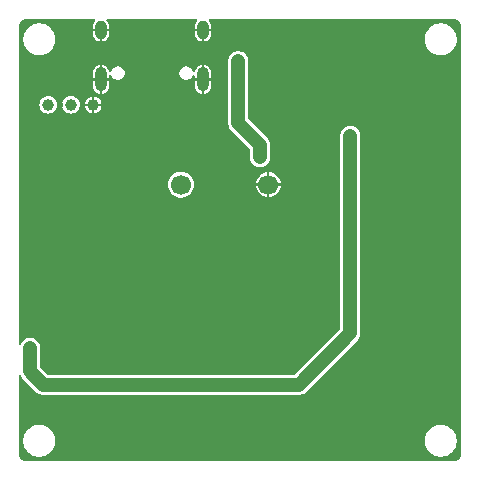
<source format=gbr>
%TF.GenerationSoftware,KiCad,Pcbnew,8.0.5*%
%TF.CreationDate,2024-11-09T17:21:21+03:00*%
%TF.ProjectId,BLR8812AF1 baseboard,424c5238-3831-4324-9146-312062617365,rev?*%
%TF.SameCoordinates,Original*%
%TF.FileFunction,Copper,L2,Bot*%
%TF.FilePolarity,Positive*%
%FSLAX46Y46*%
G04 Gerber Fmt 4.6, Leading zero omitted, Abs format (unit mm)*
G04 Created by KiCad (PCBNEW 8.0.5) date 2024-11-09 17:21:21*
%MOMM*%
%LPD*%
G01*
G04 APERTURE LIST*
%TA.AperFunction,ComponentPad*%
%ADD10O,1.000000X2.100000*%
%TD*%
%TA.AperFunction,ComponentPad*%
%ADD11O,1.000000X1.600000*%
%TD*%
%TA.AperFunction,ComponentPad*%
%ADD12C,1.000000*%
%TD*%
%TA.AperFunction,ComponentPad*%
%ADD13C,1.700000*%
%TD*%
%TA.AperFunction,ViaPad*%
%ADD14C,0.600000*%
%TD*%
%TA.AperFunction,Conductor*%
%ADD15C,1.200000*%
%TD*%
G04 APERTURE END LIST*
D10*
%TO.P,X1,SHIELD,SHIELD*%
%TO.N,GND*%
X66516000Y-31861000D03*
D11*
X66516000Y-27681000D03*
D10*
X57876000Y-31861000D03*
D11*
X57876000Y-27681000D03*
%TD*%
D12*
%TO.P,X3,1,Pin_1*%
%TO.N,/DN*%
X53426000Y-34011400D03*
%TD*%
%TO.P,X2,1,Pin_1*%
%TO.N,/DP*%
X55326000Y-34011400D03*
%TD*%
D13*
%TO.P,X4,1,Pin_1*%
%TO.N,+VBUS*%
X64646000Y-40766000D03*
%TD*%
D12*
%TO.P,X5,1,Pin_1*%
%TO.N,GND*%
X57226000Y-34011400D03*
%TD*%
D13*
%TO.P,X6,1,Pin_1*%
%TO.N,GND*%
X72046000Y-40766000D03*
%TD*%
D14*
%TO.N,GND*%
X56335600Y-37796000D03*
X56335600Y-36297400D03*
X87201000Y-59927750D03*
X87201000Y-57387750D03*
X87201000Y-54847750D03*
X87201000Y-52307750D03*
X87201000Y-49767750D03*
X87201000Y-47227750D03*
X87201000Y-44687750D03*
X87201000Y-37067750D03*
X87201000Y-31987750D03*
X84661000Y-62467750D03*
X84661000Y-59927750D03*
X84661000Y-52307750D03*
X84661000Y-44687750D03*
X84661000Y-42147750D03*
X84661000Y-37067750D03*
X84661000Y-34527750D03*
X84661000Y-31987750D03*
X84661000Y-29447750D03*
X82121000Y-62467750D03*
X82121000Y-59927750D03*
X82121000Y-52307750D03*
X82121000Y-44687750D03*
X82121000Y-42147750D03*
X82121000Y-39607750D03*
X82121000Y-37067750D03*
X82121000Y-34527750D03*
X82121000Y-31987750D03*
X82121000Y-29447750D03*
X79581000Y-62467750D03*
X79581000Y-59927750D03*
X79581000Y-57387750D03*
X79581000Y-29447750D03*
X77041000Y-62467750D03*
X77041000Y-59927750D03*
X77041000Y-52307750D03*
X77041000Y-49767750D03*
X77041000Y-47227750D03*
X77041000Y-44687750D03*
X77041000Y-42147750D03*
X77041000Y-39607750D03*
X77041000Y-37067750D03*
X77041000Y-29447750D03*
X74501000Y-62467750D03*
X74501000Y-59927750D03*
X74501000Y-54847750D03*
X74501000Y-52307750D03*
X74501000Y-49767750D03*
X74501000Y-47227750D03*
X74501000Y-44687750D03*
X74501000Y-42147750D03*
X74501000Y-39607750D03*
X71961000Y-62467750D03*
X71961000Y-59927750D03*
X71961000Y-54847750D03*
X71961000Y-52307750D03*
X71961000Y-49767750D03*
X71961000Y-47227750D03*
X71961000Y-44687750D03*
X71961000Y-31987750D03*
X69421000Y-62467750D03*
X69421000Y-59927750D03*
X69421000Y-54847750D03*
X69421000Y-52307750D03*
X69421000Y-49767750D03*
X69421000Y-47227750D03*
X69421000Y-44687750D03*
X69421000Y-42147750D03*
X69421000Y-39607750D03*
X66881000Y-62467750D03*
X66881000Y-59927750D03*
X66881000Y-54847750D03*
X66881000Y-52307750D03*
X66881000Y-49767750D03*
X66881000Y-47227750D03*
X66881000Y-44687750D03*
X66881000Y-42147750D03*
X66881000Y-39607750D03*
X66881000Y-37067750D03*
X66881000Y-34527750D03*
X66881000Y-29447750D03*
X64341000Y-62467750D03*
X64341000Y-59927750D03*
X64341000Y-54847750D03*
X64341000Y-52307750D03*
X64341000Y-49767750D03*
X64341000Y-47227750D03*
X64341000Y-44687750D03*
X64341000Y-29447750D03*
X61801000Y-62467750D03*
X61801000Y-59927750D03*
X61801000Y-54847750D03*
X61801000Y-52307750D03*
X61801000Y-49767750D03*
X61801000Y-47227750D03*
X61801000Y-44687750D03*
X61801000Y-42147750D03*
X61801000Y-39607750D03*
X61801000Y-34527750D03*
X59261000Y-62467750D03*
X59261000Y-59927750D03*
X59261000Y-54847750D03*
X59261000Y-52307750D03*
X59261000Y-49767750D03*
X59261000Y-47227750D03*
X59261000Y-44687750D03*
X59261000Y-42147750D03*
X59261000Y-39607750D03*
X56721000Y-62467750D03*
X56721000Y-59927750D03*
X56721000Y-42147750D03*
X56721000Y-39607750D03*
X56721000Y-31987750D03*
X54181000Y-59927750D03*
X54181000Y-49767750D03*
X54181000Y-47227750D03*
X51641000Y-59927750D03*
X51641000Y-52307750D03*
X51641000Y-49767750D03*
X51641000Y-47227750D03*
X51641000Y-42147750D03*
X51641000Y-39607750D03*
X51641000Y-37067750D03*
X51641000Y-34527750D03*
X51641000Y-31987750D03*
X76933500Y-30785600D03*
X76933500Y-32106400D03*
X76933500Y-31441000D03*
X58971000Y-33816000D03*
X54384600Y-37068900D03*
X60546000Y-34566000D03*
X63846000Y-34566000D03*
X65416000Y-34516000D03*
X58971000Y-34516000D03*
X65416000Y-33816000D03*
X62246000Y-36166000D03*
X54376000Y-34011400D03*
%TO.N,+3.3V*%
X78992400Y-36627600D03*
X78992400Y-37237200D03*
X78992400Y-41166000D03*
X51865200Y-55220400D03*
X51865200Y-54610800D03*
%TO.N,/Vin*%
X71347000Y-38431000D03*
X69492800Y-30938000D03*
X69492800Y-30328400D03*
X71347000Y-37415000D03*
X71347000Y-37923000D03*
%TD*%
D15*
%TO.N,+3.3V*%
X51865200Y-54610800D02*
X51865200Y-56575200D01*
X78992400Y-41166000D02*
X78992400Y-36627600D01*
X51865200Y-56575200D02*
X53006000Y-57716000D01*
X74656000Y-57716000D02*
X78992400Y-53379600D01*
X53006000Y-57716000D02*
X74656000Y-57716000D01*
X78992400Y-53379600D02*
X78992400Y-41166000D01*
%TO.N,/Vin*%
X71347000Y-37415000D02*
X69492800Y-35560800D01*
X71347000Y-38431000D02*
X71347000Y-37415000D01*
X69492800Y-35560800D02*
X69492800Y-30328400D01*
%TD*%
%TA.AperFunction,Conductor*%
%TO.N,GND*%
G36*
X57369734Y-26735407D02*
G01*
X57405698Y-26784907D01*
X57405698Y-26846093D01*
X57381547Y-26885504D01*
X57332271Y-26934779D01*
X57255666Y-27049428D01*
X57202901Y-27176816D01*
X57176000Y-27312055D01*
X57176000Y-27580999D01*
X57176001Y-27581000D01*
X57576000Y-27581000D01*
X57576000Y-27781000D01*
X57176001Y-27781000D01*
X57176000Y-27781001D01*
X57176000Y-28049944D01*
X57202901Y-28185183D01*
X57255666Y-28312571D01*
X57332271Y-28427220D01*
X57429779Y-28524728D01*
X57544428Y-28601333D01*
X57671817Y-28654098D01*
X57776000Y-28674822D01*
X57776000Y-28264788D01*
X57836504Y-28281000D01*
X57915496Y-28281000D01*
X57976000Y-28264788D01*
X57976000Y-28674821D01*
X58080181Y-28654098D01*
X58080183Y-28654098D01*
X58207571Y-28601333D01*
X58322220Y-28524728D01*
X58419728Y-28427220D01*
X58496333Y-28312571D01*
X58549098Y-28185183D01*
X58575999Y-28049944D01*
X58576000Y-28049942D01*
X58576000Y-27781001D01*
X58575999Y-27781000D01*
X58176000Y-27781000D01*
X58176000Y-27581000D01*
X58575999Y-27581000D01*
X58576000Y-27580999D01*
X58576000Y-27312057D01*
X58575999Y-27312055D01*
X58549098Y-27176816D01*
X58496333Y-27049428D01*
X58419728Y-26934779D01*
X58370453Y-26885504D01*
X58342676Y-26830987D01*
X58352247Y-26770555D01*
X58395512Y-26727290D01*
X58440457Y-26716500D01*
X65951543Y-26716500D01*
X66009734Y-26735407D01*
X66045698Y-26784907D01*
X66045698Y-26846093D01*
X66021547Y-26885504D01*
X65972271Y-26934779D01*
X65895666Y-27049428D01*
X65842901Y-27176816D01*
X65816000Y-27312055D01*
X65816000Y-27580999D01*
X65816001Y-27581000D01*
X66216000Y-27581000D01*
X66216000Y-27781000D01*
X65816001Y-27781000D01*
X65816000Y-27781001D01*
X65816000Y-28049944D01*
X65842901Y-28185183D01*
X65895666Y-28312571D01*
X65972271Y-28427220D01*
X66069779Y-28524728D01*
X66184428Y-28601333D01*
X66311817Y-28654098D01*
X66416000Y-28674822D01*
X66416000Y-28264788D01*
X66476504Y-28281000D01*
X66555496Y-28281000D01*
X66616000Y-28264788D01*
X66616000Y-28674821D01*
X66720181Y-28654098D01*
X66720183Y-28654098D01*
X66847571Y-28601333D01*
X66962220Y-28524728D01*
X67059728Y-28427220D01*
X67104837Y-28359709D01*
X85295500Y-28359709D01*
X85295500Y-28572290D01*
X85328752Y-28782238D01*
X85394443Y-28984412D01*
X85490948Y-29173815D01*
X85490950Y-29173819D01*
X85615891Y-29345786D01*
X85615893Y-29345788D01*
X85615896Y-29345792D01*
X85766208Y-29496104D01*
X85766211Y-29496106D01*
X85766213Y-29496108D01*
X85938180Y-29621049D01*
X85938184Y-29621051D01*
X86127588Y-29717557D01*
X86329757Y-29783246D01*
X86329758Y-29783246D01*
X86329761Y-29783247D01*
X86539710Y-29816500D01*
X86539713Y-29816500D01*
X86752290Y-29816500D01*
X86962238Y-29783247D01*
X86962239Y-29783246D01*
X86962243Y-29783246D01*
X87164412Y-29717557D01*
X87353816Y-29621051D01*
X87525792Y-29496104D01*
X87676104Y-29345792D01*
X87801051Y-29173816D01*
X87897557Y-28984412D01*
X87963246Y-28782243D01*
X87980260Y-28674821D01*
X87996500Y-28572290D01*
X87996500Y-28359709D01*
X87963247Y-28149761D01*
X87963246Y-28149757D01*
X87897557Y-27947588D01*
X87801051Y-27758184D01*
X87801049Y-27758180D01*
X87676108Y-27586213D01*
X87676106Y-27586211D01*
X87676104Y-27586208D01*
X87525792Y-27435896D01*
X87525788Y-27435893D01*
X87525786Y-27435891D01*
X87353819Y-27310950D01*
X87353815Y-27310948D01*
X87164412Y-27214443D01*
X86962238Y-27148752D01*
X86752290Y-27115500D01*
X86752287Y-27115500D01*
X86539713Y-27115500D01*
X86539710Y-27115500D01*
X86329761Y-27148752D01*
X86127587Y-27214443D01*
X85938184Y-27310948D01*
X85938180Y-27310950D01*
X85766213Y-27435891D01*
X85615891Y-27586213D01*
X85490950Y-27758180D01*
X85490948Y-27758184D01*
X85394443Y-27947587D01*
X85328752Y-28149761D01*
X85295500Y-28359709D01*
X67104837Y-28359709D01*
X67136333Y-28312571D01*
X67189098Y-28185183D01*
X67215999Y-28049944D01*
X67216000Y-28049942D01*
X67216000Y-27781001D01*
X67215999Y-27781000D01*
X66816000Y-27781000D01*
X66816000Y-27581000D01*
X67215999Y-27581000D01*
X67216000Y-27580999D01*
X67216000Y-27312057D01*
X67215999Y-27312055D01*
X67189098Y-27176816D01*
X67136333Y-27049428D01*
X67059728Y-26934779D01*
X67010453Y-26885504D01*
X66982676Y-26830987D01*
X66992247Y-26770555D01*
X67035512Y-26727290D01*
X67080457Y-26716500D01*
X87601830Y-26716500D01*
X87641140Y-26716500D01*
X87650843Y-26716977D01*
X87782514Y-26729945D01*
X87801549Y-26733731D01*
X87923495Y-26770723D01*
X87941412Y-26778144D01*
X88053811Y-26838223D01*
X88069934Y-26848997D01*
X88168443Y-26929840D01*
X88182159Y-26943556D01*
X88263000Y-27042063D01*
X88273778Y-27058191D01*
X88333852Y-27170580D01*
X88341279Y-27188511D01*
X88378268Y-27310450D01*
X88382054Y-27329484D01*
X88395023Y-27461155D01*
X88395500Y-27470859D01*
X88395500Y-63461140D01*
X88395023Y-63470844D01*
X88382054Y-63602515D01*
X88378268Y-63621549D01*
X88341279Y-63743488D01*
X88333852Y-63761419D01*
X88273780Y-63873805D01*
X88262998Y-63889940D01*
X88182163Y-63988439D01*
X88168439Y-64002163D01*
X88069940Y-64082998D01*
X88053805Y-64093780D01*
X87941419Y-64153852D01*
X87923488Y-64161279D01*
X87801549Y-64198268D01*
X87782515Y-64202054D01*
X87662223Y-64213902D01*
X87650842Y-64215023D01*
X87641140Y-64215500D01*
X51650860Y-64215500D01*
X51641157Y-64215023D01*
X51628395Y-64213766D01*
X51509484Y-64202054D01*
X51490450Y-64198268D01*
X51389443Y-64167628D01*
X51368509Y-64161278D01*
X51350582Y-64153853D01*
X51238191Y-64093778D01*
X51222063Y-64083000D01*
X51123556Y-64002159D01*
X51109840Y-63988443D01*
X51028997Y-63889934D01*
X51018223Y-63873811D01*
X50958144Y-63761412D01*
X50950723Y-63743495D01*
X50913731Y-63621549D01*
X50909945Y-63602514D01*
X50896977Y-63470843D01*
X50896500Y-63461140D01*
X50896500Y-62359709D01*
X51295500Y-62359709D01*
X51295500Y-62572290D01*
X51328752Y-62782238D01*
X51394443Y-62984412D01*
X51490948Y-63173815D01*
X51490950Y-63173819D01*
X51615891Y-63345786D01*
X51615893Y-63345788D01*
X51615896Y-63345792D01*
X51766208Y-63496104D01*
X51766211Y-63496106D01*
X51766213Y-63496108D01*
X51938180Y-63621049D01*
X51938184Y-63621051D01*
X52127588Y-63717557D01*
X52329757Y-63783246D01*
X52329758Y-63783246D01*
X52329761Y-63783247D01*
X52539710Y-63816500D01*
X52539713Y-63816500D01*
X52752290Y-63816500D01*
X52962238Y-63783247D01*
X52962239Y-63783246D01*
X52962243Y-63783246D01*
X53164412Y-63717557D01*
X53353816Y-63621051D01*
X53525792Y-63496104D01*
X53676104Y-63345792D01*
X53801051Y-63173816D01*
X53897557Y-62984412D01*
X53963246Y-62782243D01*
X53996500Y-62572287D01*
X53996500Y-62359713D01*
X53996500Y-62359709D01*
X85295500Y-62359709D01*
X85295500Y-62572290D01*
X85328752Y-62782238D01*
X85394443Y-62984412D01*
X85490948Y-63173815D01*
X85490950Y-63173819D01*
X85615891Y-63345786D01*
X85615893Y-63345788D01*
X85615896Y-63345792D01*
X85766208Y-63496104D01*
X85766211Y-63496106D01*
X85766213Y-63496108D01*
X85938180Y-63621049D01*
X85938184Y-63621051D01*
X86127588Y-63717557D01*
X86329757Y-63783246D01*
X86329758Y-63783246D01*
X86329761Y-63783247D01*
X86539710Y-63816500D01*
X86539713Y-63816500D01*
X86752290Y-63816500D01*
X86962238Y-63783247D01*
X86962239Y-63783246D01*
X86962243Y-63783246D01*
X87164412Y-63717557D01*
X87353816Y-63621051D01*
X87525792Y-63496104D01*
X87676104Y-63345792D01*
X87801051Y-63173816D01*
X87897557Y-62984412D01*
X87963246Y-62782243D01*
X87996500Y-62572287D01*
X87996500Y-62359713D01*
X87996500Y-62359709D01*
X87963247Y-62149761D01*
X87963246Y-62149757D01*
X87897557Y-61947588D01*
X87801051Y-61758184D01*
X87801049Y-61758180D01*
X87676108Y-61586213D01*
X87676106Y-61586211D01*
X87676104Y-61586208D01*
X87525792Y-61435896D01*
X87525788Y-61435893D01*
X87525786Y-61435891D01*
X87353819Y-61310950D01*
X87353815Y-61310948D01*
X87164412Y-61214443D01*
X86962238Y-61148752D01*
X86752290Y-61115500D01*
X86752287Y-61115500D01*
X86539713Y-61115500D01*
X86539710Y-61115500D01*
X86329761Y-61148752D01*
X86127587Y-61214443D01*
X85938184Y-61310948D01*
X85938180Y-61310950D01*
X85766213Y-61435891D01*
X85615891Y-61586213D01*
X85490950Y-61758180D01*
X85490948Y-61758184D01*
X85394443Y-61947587D01*
X85328752Y-62149761D01*
X85295500Y-62359709D01*
X53996500Y-62359709D01*
X53963247Y-62149761D01*
X53963246Y-62149757D01*
X53897557Y-61947588D01*
X53801051Y-61758184D01*
X53801049Y-61758180D01*
X53676108Y-61586213D01*
X53676106Y-61586211D01*
X53676104Y-61586208D01*
X53525792Y-61435896D01*
X53525788Y-61435893D01*
X53525786Y-61435891D01*
X53353819Y-61310950D01*
X53353815Y-61310948D01*
X53164412Y-61214443D01*
X52962238Y-61148752D01*
X52752290Y-61115500D01*
X52752287Y-61115500D01*
X52539713Y-61115500D01*
X52539710Y-61115500D01*
X52329761Y-61148752D01*
X52127587Y-61214443D01*
X51938184Y-61310948D01*
X51938180Y-61310950D01*
X51766213Y-61435891D01*
X51615891Y-61586213D01*
X51490950Y-61758180D01*
X51490948Y-61758184D01*
X51394443Y-61947587D01*
X51328752Y-62149761D01*
X51295500Y-62359709D01*
X50896500Y-62359709D01*
X50896500Y-56956722D01*
X50915407Y-56898531D01*
X50964907Y-56862567D01*
X51026093Y-56862567D01*
X51075593Y-56898531D01*
X51086964Y-56918837D01*
X51111493Y-56978058D01*
X51111499Y-56978069D01*
X51167494Y-57061870D01*
X51204573Y-57117362D01*
X52463838Y-58376627D01*
X52546884Y-58432117D01*
X52603130Y-58469700D01*
X52603134Y-58469702D01*
X52603137Y-58469704D01*
X52712584Y-58515037D01*
X52757918Y-58533816D01*
X52922233Y-58566500D01*
X52922234Y-58566500D01*
X74739766Y-58566500D01*
X74739767Y-58566500D01*
X74904082Y-58533816D01*
X74949411Y-58515038D01*
X74949414Y-58515038D01*
X75009276Y-58490242D01*
X75058863Y-58469704D01*
X75198162Y-58376627D01*
X79653027Y-53921762D01*
X79746104Y-53782463D01*
X79810216Y-53627681D01*
X79842900Y-53463366D01*
X79842900Y-53295833D01*
X79842900Y-41082233D01*
X79842900Y-36543833D01*
X79810216Y-36379518D01*
X79746103Y-36224737D01*
X79653026Y-36085438D01*
X79534562Y-35966974D01*
X79395263Y-35873897D01*
X79395264Y-35873897D01*
X79395262Y-35873896D01*
X79240485Y-35809785D01*
X79240479Y-35809783D01*
X79076169Y-35777100D01*
X79076167Y-35777100D01*
X78908633Y-35777100D01*
X78908630Y-35777100D01*
X78744320Y-35809783D01*
X78744314Y-35809785D01*
X78589537Y-35873896D01*
X78450238Y-35966974D01*
X78450234Y-35966977D01*
X78331777Y-36085434D01*
X78331774Y-36085438D01*
X78238696Y-36224737D01*
X78174585Y-36379514D01*
X78174583Y-36379520D01*
X78141900Y-36543830D01*
X78141900Y-52986303D01*
X78122993Y-53044494D01*
X78112904Y-53056307D01*
X74332707Y-56836504D01*
X74278190Y-56864281D01*
X74262703Y-56865500D01*
X53399297Y-56865500D01*
X53341106Y-56846593D01*
X53329293Y-56836504D01*
X52744696Y-56251907D01*
X52716919Y-56197390D01*
X52715700Y-56181903D01*
X52715700Y-54527034D01*
X52715699Y-54527030D01*
X52683016Y-54362720D01*
X52683016Y-54362718D01*
X52618903Y-54207937D01*
X52525826Y-54068638D01*
X52407362Y-53950174D01*
X52268063Y-53857097D01*
X52268064Y-53857097D01*
X52268062Y-53857096D01*
X52113285Y-53792985D01*
X52113279Y-53792983D01*
X51948969Y-53760300D01*
X51948967Y-53760300D01*
X51781433Y-53760300D01*
X51781430Y-53760300D01*
X51617120Y-53792983D01*
X51617114Y-53792985D01*
X51462337Y-53857096D01*
X51323038Y-53950174D01*
X51323034Y-53950177D01*
X51204577Y-54068634D01*
X51204574Y-54068638D01*
X51111496Y-54207937D01*
X51086964Y-54267164D01*
X51047227Y-54313690D01*
X50987732Y-54327973D01*
X50931204Y-54304558D01*
X50899235Y-54252389D01*
X50896500Y-54229278D01*
X50896500Y-40766000D01*
X63540785Y-40766000D01*
X63559603Y-40969083D01*
X63615418Y-41165250D01*
X63706327Y-41347821D01*
X63829236Y-41510579D01*
X63979959Y-41647981D01*
X64153363Y-41755348D01*
X64343544Y-41829024D01*
X64544024Y-41866500D01*
X64747976Y-41866500D01*
X64948456Y-41829024D01*
X65138637Y-41755348D01*
X65312041Y-41647981D01*
X65462764Y-41510579D01*
X65585673Y-41347821D01*
X65676582Y-41165250D01*
X65732397Y-40969083D01*
X65751215Y-40766000D01*
X65741949Y-40665999D01*
X71000767Y-40665999D01*
X71000768Y-40666000D01*
X71555157Y-40666000D01*
X71546000Y-40700174D01*
X71546000Y-40831826D01*
X71555157Y-40866000D01*
X71000767Y-40866000D01*
X71011190Y-40971831D01*
X71011191Y-40971836D01*
X71071232Y-41169762D01*
X71071234Y-41169767D01*
X71168724Y-41352160D01*
X71168731Y-41352170D01*
X71299940Y-41512050D01*
X71299949Y-41512059D01*
X71459829Y-41643268D01*
X71459839Y-41643275D01*
X71642232Y-41740765D01*
X71642237Y-41740767D01*
X71840166Y-41800808D01*
X71945998Y-41811231D01*
X71946000Y-41811230D01*
X71946000Y-41256842D01*
X71980174Y-41266000D01*
X72111826Y-41266000D01*
X72146000Y-41256842D01*
X72146000Y-41811230D01*
X72146001Y-41811231D01*
X72251833Y-41800808D01*
X72449762Y-41740767D01*
X72449767Y-41740765D01*
X72632160Y-41643275D01*
X72632170Y-41643268D01*
X72792050Y-41512059D01*
X72792059Y-41512050D01*
X72923268Y-41352170D01*
X72923275Y-41352160D01*
X73020765Y-41169767D01*
X73020767Y-41169762D01*
X73080808Y-40971836D01*
X73080809Y-40971831D01*
X73091232Y-40866000D01*
X72536843Y-40866000D01*
X72546000Y-40831826D01*
X72546000Y-40700174D01*
X72536843Y-40666000D01*
X73091232Y-40666000D01*
X73091232Y-40665999D01*
X73080809Y-40560168D01*
X73080808Y-40560163D01*
X73020767Y-40362237D01*
X73020765Y-40362232D01*
X72923275Y-40179839D01*
X72923268Y-40179829D01*
X72792059Y-40019949D01*
X72792050Y-40019940D01*
X72632170Y-39888731D01*
X72632160Y-39888724D01*
X72449767Y-39791234D01*
X72449762Y-39791232D01*
X72251836Y-39731191D01*
X72251831Y-39731190D01*
X72146000Y-39720767D01*
X72146000Y-40275157D01*
X72111826Y-40266000D01*
X71980174Y-40266000D01*
X71946000Y-40275157D01*
X71946000Y-39720767D01*
X71945999Y-39720767D01*
X71840168Y-39731190D01*
X71840163Y-39731191D01*
X71642237Y-39791232D01*
X71642232Y-39791234D01*
X71459839Y-39888724D01*
X71459829Y-39888731D01*
X71299949Y-40019940D01*
X71299940Y-40019949D01*
X71168731Y-40179829D01*
X71168724Y-40179839D01*
X71071234Y-40362232D01*
X71071232Y-40362237D01*
X71011191Y-40560163D01*
X71011190Y-40560168D01*
X71000767Y-40665999D01*
X65741949Y-40665999D01*
X65732397Y-40562917D01*
X65676582Y-40366750D01*
X65585673Y-40184179D01*
X65462764Y-40021421D01*
X65312041Y-39884019D01*
X65138637Y-39776652D01*
X64948456Y-39702976D01*
X64948455Y-39702975D01*
X64948453Y-39702975D01*
X64747976Y-39665500D01*
X64544024Y-39665500D01*
X64343546Y-39702975D01*
X64297620Y-39720767D01*
X64153363Y-39776652D01*
X63979959Y-39884019D01*
X63829237Y-40021420D01*
X63706328Y-40184177D01*
X63706323Y-40184186D01*
X63615419Y-40366747D01*
X63615418Y-40366750D01*
X63559603Y-40562917D01*
X63540785Y-40766000D01*
X50896500Y-40766000D01*
X50896500Y-34011395D01*
X52670751Y-34011395D01*
X52670751Y-34011404D01*
X52689685Y-34179453D01*
X52689688Y-34179465D01*
X52745544Y-34339090D01*
X52745544Y-34339091D01*
X52835520Y-34482286D01*
X52835523Y-34482290D01*
X52955110Y-34601877D01*
X52955112Y-34601878D01*
X52955113Y-34601879D01*
X53064667Y-34670717D01*
X53098310Y-34691856D01*
X53143593Y-34707701D01*
X53257934Y-34747711D01*
X53257938Y-34747712D01*
X53257941Y-34747713D01*
X53257942Y-34747713D01*
X53257946Y-34747714D01*
X53425996Y-34766649D01*
X53426000Y-34766649D01*
X53426004Y-34766649D01*
X53594053Y-34747714D01*
X53594055Y-34747713D01*
X53594059Y-34747713D01*
X53753690Y-34691856D01*
X53896890Y-34601877D01*
X54016477Y-34482290D01*
X54106456Y-34339090D01*
X54157257Y-34193907D01*
X54162311Y-34179465D01*
X54162314Y-34179453D01*
X54181249Y-34011404D01*
X54181249Y-34011395D01*
X54570751Y-34011395D01*
X54570751Y-34011404D01*
X54589685Y-34179453D01*
X54589688Y-34179465D01*
X54645544Y-34339090D01*
X54645544Y-34339091D01*
X54735520Y-34482286D01*
X54735523Y-34482290D01*
X54855110Y-34601877D01*
X54855112Y-34601878D01*
X54855113Y-34601879D01*
X54964667Y-34670717D01*
X54998310Y-34691856D01*
X55043593Y-34707701D01*
X55157934Y-34747711D01*
X55157938Y-34747712D01*
X55157941Y-34747713D01*
X55157942Y-34747713D01*
X55157946Y-34747714D01*
X55325996Y-34766649D01*
X55326000Y-34766649D01*
X55326004Y-34766649D01*
X55494053Y-34747714D01*
X55494055Y-34747713D01*
X55494059Y-34747713D01*
X55653690Y-34691856D01*
X55796890Y-34601877D01*
X55916477Y-34482290D01*
X56006456Y-34339090D01*
X56057257Y-34193907D01*
X56062311Y-34179465D01*
X56062314Y-34179453D01*
X56081249Y-34011404D01*
X56081249Y-34011395D01*
X56069982Y-33911400D01*
X56533000Y-33911400D01*
X56916331Y-33911400D01*
X56901000Y-33968613D01*
X56901000Y-34054187D01*
X56916331Y-34111400D01*
X56533001Y-34111400D01*
X56541349Y-34180149D01*
X56541351Y-34180158D01*
X56601626Y-34339090D01*
X56601628Y-34339093D01*
X56698194Y-34478994D01*
X56698199Y-34479000D01*
X56825431Y-34591718D01*
X56975952Y-34670717D01*
X56975955Y-34670718D01*
X57125999Y-34707701D01*
X57126000Y-34707701D01*
X57126000Y-34321069D01*
X57183213Y-34336400D01*
X57268787Y-34336400D01*
X57326000Y-34321069D01*
X57326000Y-34707701D01*
X57476044Y-34670718D01*
X57476047Y-34670717D01*
X57626568Y-34591718D01*
X57626569Y-34591718D01*
X57753800Y-34479000D01*
X57753805Y-34478994D01*
X57850371Y-34339093D01*
X57850373Y-34339090D01*
X57910648Y-34180158D01*
X57910650Y-34180149D01*
X57918999Y-34111400D01*
X57535669Y-34111400D01*
X57551000Y-34054187D01*
X57551000Y-33968613D01*
X57535669Y-33911400D01*
X57918999Y-33911400D01*
X57910650Y-33842650D01*
X57910648Y-33842641D01*
X57850373Y-33683709D01*
X57850371Y-33683706D01*
X57753805Y-33543805D01*
X57753800Y-33543799D01*
X57626568Y-33431081D01*
X57476046Y-33352082D01*
X57326000Y-33315098D01*
X57326000Y-33701730D01*
X57268787Y-33686400D01*
X57183213Y-33686400D01*
X57126000Y-33701730D01*
X57126000Y-33315098D01*
X56975953Y-33352082D01*
X56975952Y-33352082D01*
X56825431Y-33431081D01*
X56825430Y-33431081D01*
X56698199Y-33543799D01*
X56698194Y-33543805D01*
X56601628Y-33683706D01*
X56601626Y-33683709D01*
X56541351Y-33842641D01*
X56541349Y-33842650D01*
X56533000Y-33911400D01*
X56069982Y-33911400D01*
X56062314Y-33843346D01*
X56062311Y-33843334D01*
X56007397Y-33686400D01*
X56006456Y-33683710D01*
X56006453Y-33683706D01*
X55916479Y-33540513D01*
X55916478Y-33540512D01*
X55916477Y-33540510D01*
X55796890Y-33420923D01*
X55796887Y-33420921D01*
X55796886Y-33420920D01*
X55653691Y-33330944D01*
X55494065Y-33275088D01*
X55494053Y-33275085D01*
X55326004Y-33256151D01*
X55325996Y-33256151D01*
X55157946Y-33275085D01*
X55157934Y-33275088D01*
X54998309Y-33330944D01*
X54998308Y-33330944D01*
X54855113Y-33420920D01*
X54735520Y-33540513D01*
X54645544Y-33683708D01*
X54645544Y-33683709D01*
X54589688Y-33843334D01*
X54589685Y-33843346D01*
X54570751Y-34011395D01*
X54181249Y-34011395D01*
X54162314Y-33843346D01*
X54162311Y-33843334D01*
X54107397Y-33686400D01*
X54106456Y-33683710D01*
X54106453Y-33683706D01*
X54016479Y-33540513D01*
X54016478Y-33540512D01*
X54016477Y-33540510D01*
X53896890Y-33420923D01*
X53896887Y-33420921D01*
X53896886Y-33420920D01*
X53753691Y-33330944D01*
X53594065Y-33275088D01*
X53594053Y-33275085D01*
X53426004Y-33256151D01*
X53425996Y-33256151D01*
X53257946Y-33275085D01*
X53257934Y-33275088D01*
X53098309Y-33330944D01*
X53098308Y-33330944D01*
X52955113Y-33420920D01*
X52835520Y-33540513D01*
X52745544Y-33683708D01*
X52745544Y-33683709D01*
X52689688Y-33843334D01*
X52689685Y-33843346D01*
X52670751Y-34011395D01*
X50896500Y-34011395D01*
X50896500Y-31242055D01*
X57176000Y-31242055D01*
X57176000Y-31760999D01*
X57176001Y-31761000D01*
X57576000Y-31761000D01*
X57576000Y-31961000D01*
X57176001Y-31961000D01*
X57176000Y-31961001D01*
X57176000Y-32479944D01*
X57202901Y-32615183D01*
X57255666Y-32742571D01*
X57332271Y-32857220D01*
X57429779Y-32954728D01*
X57544428Y-33031333D01*
X57671817Y-33084098D01*
X57776000Y-33104822D01*
X57776000Y-32694788D01*
X57836504Y-32711000D01*
X57915496Y-32711000D01*
X57976000Y-32694788D01*
X57976000Y-33104821D01*
X58080181Y-33084098D01*
X58080183Y-33084098D01*
X58207571Y-33031333D01*
X58322220Y-32954728D01*
X58419728Y-32857220D01*
X58496333Y-32742571D01*
X58549098Y-32615183D01*
X58575999Y-32479944D01*
X58576000Y-32479942D01*
X58576000Y-31961001D01*
X58575999Y-31961000D01*
X58176000Y-31961000D01*
X58176000Y-31761000D01*
X58575999Y-31761000D01*
X58576000Y-31760999D01*
X58576000Y-31582144D01*
X58594907Y-31523953D01*
X58644407Y-31487989D01*
X58705593Y-31487989D01*
X58755093Y-31523953D01*
X58766331Y-31547517D01*
X58767237Y-31547143D01*
X58769720Y-31553138D01*
X58845481Y-31684360D01*
X58845483Y-31684362D01*
X58845485Y-31684365D01*
X58952635Y-31791515D01*
X58952637Y-31791516D01*
X58952639Y-31791518D01*
X59083861Y-31867279D01*
X59083859Y-31867279D01*
X59083863Y-31867280D01*
X59083865Y-31867281D01*
X59230234Y-31906500D01*
X59230236Y-31906500D01*
X59381764Y-31906500D01*
X59381766Y-31906500D01*
X59528135Y-31867281D01*
X59528137Y-31867279D01*
X59528139Y-31867279D01*
X59659360Y-31791518D01*
X59659360Y-31791517D01*
X59659365Y-31791515D01*
X59766515Y-31684365D01*
X59842281Y-31553135D01*
X59881500Y-31406766D01*
X59881500Y-31255234D01*
X64510500Y-31255234D01*
X64510500Y-31406766D01*
X64535244Y-31499112D01*
X64549720Y-31553139D01*
X64625481Y-31684360D01*
X64625483Y-31684362D01*
X64625485Y-31684365D01*
X64732635Y-31791515D01*
X64732637Y-31791516D01*
X64732639Y-31791518D01*
X64863861Y-31867279D01*
X64863859Y-31867279D01*
X64863863Y-31867280D01*
X64863865Y-31867281D01*
X65010234Y-31906500D01*
X65010236Y-31906500D01*
X65161764Y-31906500D01*
X65161766Y-31906500D01*
X65308135Y-31867281D01*
X65308137Y-31867279D01*
X65308139Y-31867279D01*
X65439360Y-31791518D01*
X65439360Y-31791517D01*
X65439365Y-31791515D01*
X65546515Y-31684365D01*
X65622281Y-31553135D01*
X65622282Y-31553129D01*
X65624763Y-31547143D01*
X65626892Y-31548024D01*
X65654692Y-31505211D01*
X65711811Y-31483280D01*
X65770913Y-31499112D01*
X65809422Y-31546659D01*
X65816000Y-31582144D01*
X65816000Y-31760999D01*
X65816001Y-31761000D01*
X66216000Y-31761000D01*
X66216000Y-31961000D01*
X65816001Y-31961000D01*
X65816000Y-31961001D01*
X65816000Y-32479944D01*
X65842901Y-32615183D01*
X65895666Y-32742571D01*
X65972271Y-32857220D01*
X66069779Y-32954728D01*
X66184428Y-33031333D01*
X66311817Y-33084098D01*
X66416000Y-33104822D01*
X66416000Y-32694788D01*
X66476504Y-32711000D01*
X66555496Y-32711000D01*
X66616000Y-32694788D01*
X66616000Y-33104821D01*
X66720181Y-33084098D01*
X66720183Y-33084098D01*
X66847571Y-33031333D01*
X66962220Y-32954728D01*
X67059728Y-32857220D01*
X67136333Y-32742571D01*
X67189098Y-32615183D01*
X67215999Y-32479944D01*
X67216000Y-32479942D01*
X67216000Y-31961001D01*
X67215999Y-31961000D01*
X66816000Y-31961000D01*
X66816000Y-31761000D01*
X67215999Y-31761000D01*
X67216000Y-31760999D01*
X67216000Y-31242057D01*
X67215999Y-31242055D01*
X67189098Y-31106816D01*
X67136333Y-30979428D01*
X67059728Y-30864779D01*
X66962220Y-30767271D01*
X66847571Y-30690666D01*
X66720182Y-30637901D01*
X66616000Y-30617177D01*
X66616000Y-31027211D01*
X66555496Y-31011000D01*
X66476504Y-31011000D01*
X66416000Y-31027211D01*
X66416000Y-30617177D01*
X66311817Y-30637901D01*
X66184428Y-30690666D01*
X66069779Y-30767271D01*
X65972271Y-30864779D01*
X65895666Y-30979428D01*
X65842901Y-31106816D01*
X65831502Y-31164124D01*
X65801605Y-31217507D01*
X65746039Y-31243123D01*
X65686030Y-31231186D01*
X65644497Y-31186256D01*
X65638779Y-31170438D01*
X65622281Y-31108865D01*
X65622279Y-31108861D01*
X65622279Y-31108860D01*
X65546518Y-30977639D01*
X65546516Y-30977637D01*
X65546515Y-30977635D01*
X65439365Y-30870485D01*
X65439362Y-30870483D01*
X65439360Y-30870481D01*
X65308138Y-30794720D01*
X65308140Y-30794720D01*
X65251347Y-30779503D01*
X65161766Y-30755500D01*
X65010234Y-30755500D01*
X64920652Y-30779503D01*
X64863860Y-30794720D01*
X64732639Y-30870481D01*
X64625481Y-30977639D01*
X64549720Y-31108860D01*
X64533222Y-31170432D01*
X64510500Y-31255234D01*
X59881500Y-31255234D01*
X59842281Y-31108865D01*
X59842279Y-31108861D01*
X59842279Y-31108860D01*
X59766518Y-30977639D01*
X59766516Y-30977637D01*
X59766515Y-30977635D01*
X59659365Y-30870485D01*
X59659362Y-30870483D01*
X59659360Y-30870481D01*
X59528138Y-30794720D01*
X59528140Y-30794720D01*
X59471347Y-30779503D01*
X59381766Y-30755500D01*
X59230234Y-30755500D01*
X59140652Y-30779503D01*
X59083860Y-30794720D01*
X58952639Y-30870481D01*
X58845481Y-30977639D01*
X58769720Y-31108861D01*
X58769718Y-31108865D01*
X58753221Y-31170433D01*
X58719897Y-31221747D01*
X58662775Y-31243673D01*
X58603675Y-31227837D01*
X58565170Y-31180287D01*
X58560497Y-31164122D01*
X58549099Y-31106819D01*
X58549098Y-31106816D01*
X58496333Y-30979428D01*
X58419728Y-30864779D01*
X58322220Y-30767271D01*
X58207571Y-30690666D01*
X58080182Y-30637901D01*
X57976000Y-30617177D01*
X57976000Y-31027211D01*
X57915496Y-31011000D01*
X57836504Y-31011000D01*
X57776000Y-31027211D01*
X57776000Y-30617177D01*
X57671817Y-30637901D01*
X57544428Y-30690666D01*
X57429779Y-30767271D01*
X57332271Y-30864779D01*
X57255666Y-30979428D01*
X57202901Y-31106816D01*
X57176000Y-31242055D01*
X50896500Y-31242055D01*
X50896500Y-30244630D01*
X68642300Y-30244630D01*
X68642300Y-35644569D01*
X68674984Y-35808880D01*
X68674984Y-35808882D01*
X68739093Y-35963658D01*
X68739099Y-35963669D01*
X68795094Y-36047470D01*
X68832173Y-36102962D01*
X68832176Y-36102965D01*
X70467504Y-37738293D01*
X70495281Y-37792810D01*
X70496500Y-37808297D01*
X70496500Y-38514769D01*
X70529183Y-38679079D01*
X70529185Y-38679085D01*
X70593296Y-38833862D01*
X70593297Y-38833863D01*
X70686374Y-38973162D01*
X70804838Y-39091626D01*
X70944137Y-39184703D01*
X71098918Y-39248816D01*
X71263233Y-39281500D01*
X71263234Y-39281500D01*
X71430766Y-39281500D01*
X71430767Y-39281500D01*
X71595082Y-39248816D01*
X71749863Y-39184703D01*
X71889162Y-39091626D01*
X72007626Y-38973162D01*
X72100703Y-38833863D01*
X72164816Y-38679082D01*
X72197500Y-38514767D01*
X72197500Y-37331233D01*
X72164816Y-37166918D01*
X72140602Y-37108461D01*
X72100704Y-37012137D01*
X72100703Y-37012135D01*
X72100700Y-37012130D01*
X72063117Y-36955884D01*
X72007627Y-36872838D01*
X70372296Y-35237507D01*
X70344519Y-35182990D01*
X70343300Y-35167503D01*
X70343300Y-30244634D01*
X70343299Y-30244630D01*
X70310616Y-30080320D01*
X70310616Y-30080318D01*
X70246503Y-29925537D01*
X70153426Y-29786238D01*
X70034962Y-29667774D01*
X69895663Y-29574697D01*
X69895664Y-29574697D01*
X69895662Y-29574696D01*
X69740885Y-29510585D01*
X69740879Y-29510583D01*
X69576569Y-29477900D01*
X69576567Y-29477900D01*
X69409033Y-29477900D01*
X69409030Y-29477900D01*
X69244720Y-29510583D01*
X69244714Y-29510585D01*
X69089937Y-29574696D01*
X68950638Y-29667774D01*
X68950634Y-29667777D01*
X68832177Y-29786234D01*
X68832174Y-29786238D01*
X68739096Y-29925537D01*
X68674985Y-30080314D01*
X68674983Y-30080320D01*
X68642300Y-30244630D01*
X50896500Y-30244630D01*
X50896500Y-28359709D01*
X51295500Y-28359709D01*
X51295500Y-28572290D01*
X51328752Y-28782238D01*
X51394443Y-28984412D01*
X51490948Y-29173815D01*
X51490950Y-29173819D01*
X51615891Y-29345786D01*
X51615893Y-29345788D01*
X51615896Y-29345792D01*
X51766208Y-29496104D01*
X51766211Y-29496106D01*
X51766213Y-29496108D01*
X51938180Y-29621049D01*
X51938184Y-29621051D01*
X52127588Y-29717557D01*
X52329757Y-29783246D01*
X52329758Y-29783246D01*
X52329761Y-29783247D01*
X52539710Y-29816500D01*
X52539713Y-29816500D01*
X52752290Y-29816500D01*
X52962238Y-29783247D01*
X52962239Y-29783246D01*
X52962243Y-29783246D01*
X53164412Y-29717557D01*
X53353816Y-29621051D01*
X53525792Y-29496104D01*
X53676104Y-29345792D01*
X53801051Y-29173816D01*
X53897557Y-28984412D01*
X53963246Y-28782243D01*
X53980260Y-28674821D01*
X53996500Y-28572290D01*
X53996500Y-28359709D01*
X53963247Y-28149761D01*
X53963246Y-28149757D01*
X53897557Y-27947588D01*
X53801051Y-27758184D01*
X53801049Y-27758180D01*
X53676108Y-27586213D01*
X53676106Y-27586211D01*
X53676104Y-27586208D01*
X53525792Y-27435896D01*
X53525788Y-27435893D01*
X53525786Y-27435891D01*
X53353819Y-27310950D01*
X53353815Y-27310948D01*
X53164412Y-27214443D01*
X52962238Y-27148752D01*
X52752290Y-27115500D01*
X52752287Y-27115500D01*
X52539713Y-27115500D01*
X52539710Y-27115500D01*
X52329761Y-27148752D01*
X52127587Y-27214443D01*
X51938184Y-27310948D01*
X51938180Y-27310950D01*
X51766213Y-27435891D01*
X51615891Y-27586213D01*
X51490950Y-27758180D01*
X51490948Y-27758184D01*
X51394443Y-27947587D01*
X51328752Y-28149761D01*
X51295500Y-28359709D01*
X50896500Y-28359709D01*
X50896500Y-27470859D01*
X50896977Y-27461156D01*
X50909945Y-27329485D01*
X50913731Y-27310450D01*
X50950724Y-27188500D01*
X50958142Y-27170590D01*
X51018225Y-27058183D01*
X51028993Y-27042069D01*
X51109845Y-26943550D01*
X51123550Y-26929845D01*
X51222069Y-26848993D01*
X51238183Y-26838225D01*
X51350590Y-26778142D01*
X51368500Y-26770724D01*
X51490452Y-26733730D01*
X51509483Y-26729945D01*
X51641157Y-26716977D01*
X51650860Y-26716500D01*
X51690170Y-26716500D01*
X57311543Y-26716500D01*
X57369734Y-26735407D01*
G37*
%TD.AperFunction*%
%TD*%
M02*

</source>
